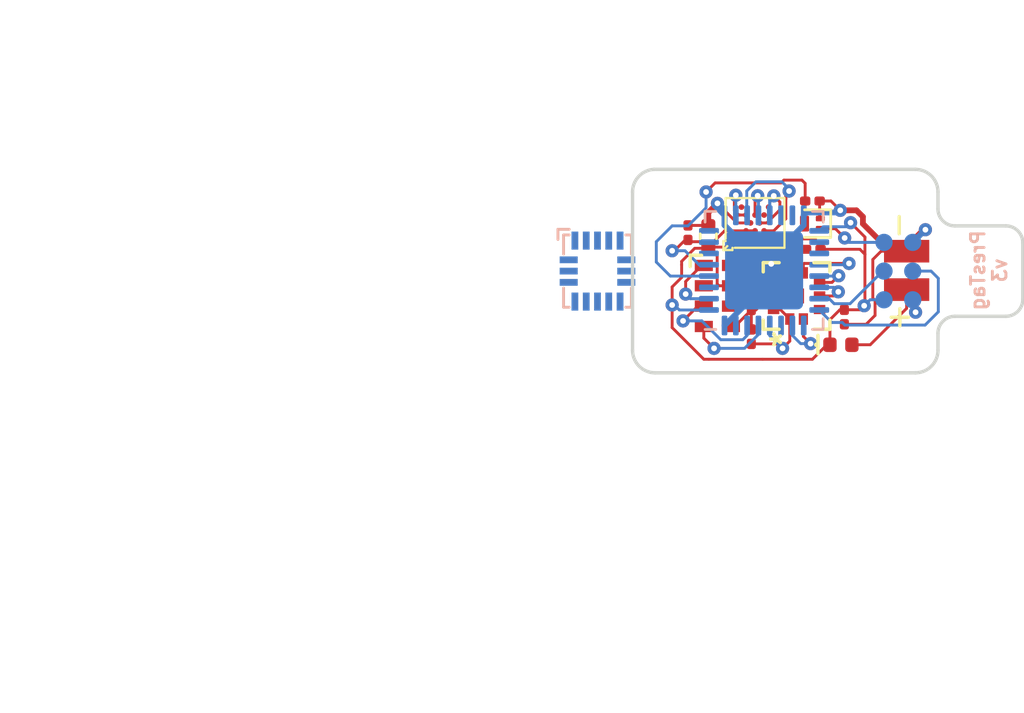
<source format=kicad_pcb>
(kicad_pcb (version 20211014) (generator pcbnew)
  (layers (0 "F.Cu" signal) (31 "B.Cu" signal) (34 "B.Paste" user) (35 "F.Paste" user) (36 "B.SilkS" user "B.Silkscreen") (37 "F.SilkS" user "F.Silkscreen") (38 "B.Mask" user) (39 "F.Mask" user) (44 "Edge.Cuts" user))
  (net 0 "")
  (net 1 "GND")
  (net 2 "VBAT")
  (net 3 "SWDIO")
  (net 4 "SWCLK")
  (net 5 "Net-(C502-Pad1)")
  (net 6 "RST")
  (net 7 "/clkout")
  (net 8 "/SCL")
  (net 9 "/SDA")
  (net 10 "VIN")
  (net 11 "Net-(R1-Pad1)")
  (net 12 "/AT25_MISO")
  (net 13 "/AT25_nCS")
  (net 14 "/AT25_MOSI")
  (net 15 "/AT25_SCK")
  (net 16 "/LPS_CS")
  (net 17 "/LPS_PWR")
  (net 18 "/LPS_MISO")
  (net 19 "/LPS_MOSI")
  (net 20 "/LPS_SCK")
  (net 29 "/wkup4")
  (net 31 "/adxl_cs")
  (net 32 "/at25_miso")
  (net 33 "/at25_mosi")
  (net 34 "/adxl_sclk")
  (footprint "library:taghole1.1mm" (layer "F.Cu") (at 140.53 111.691)
    (fp_text reference "J303" hide)
    (fp_text value "Conn_01x01" hide)
    (pad "" np_thru_hole circle locked (at 0 0) (size 1.1 1.1) (drill 1.1) (layers *.Cu *.Mask))
  )
  (footprint "bittag:MS621" (layer "F.Cu") (at 151.395 108.411 180)
    (fp_text reference "J401" hide)
    (fp_text value "CONN_01X02" hide)
    (fp_text user "-" (at 0.4 2 270) (layer "F.SilkS"))
    (fp_text user "+" (at 0.3 -2 180) (layer "F.SilkS"))
    (pad "1" smd rect locked (at 0 -0.85 180) (size 2 1) (layers "F.Cu" "F.Mask") (net 2 "VBAT"))
    (pad "2" smd rect locked (at 0 0.85 180) (size 2 1) (layers "F.Cu" "F.Mask") (net 1 "GND"))
  )
  (footprint "Capacitor_SMD:C_0402_1005Metric" (layer "F.Cu") (at 142.63 106.9 90)
    (fp_text reference "C404" hide)
    (fp_text value "22uf")
    (fp_line (start -0.107836 -0.36) (end 0.107836 -0.36) (layer "F.SilkS") (width 0.12))
    (fp_line (start -0.107836 0.36) (end 0.107836 0.36) (layer "F.SilkS") (width 0.12))
    (pad "1" smd roundrect locked (at -0.48 0 90) (size 0.56 0.62) (layers "F.Cu" "F.Paste" "F.Mask") (net 10 "VIN"))
    (pad "2" smd roundrect locked (at 0.48 0 90) (size 0.56 0.62) (layers "F.Cu" "F.Paste" "F.Mask") (net 1 "GND"))
  )
  (footprint "library:RV-8803-C7" (layer "F.Cu") (at 143.03 109.541)
    (fp_text reference "U501" hide)
    (fp_text value "RV-3028-C7" hide)
    (fp_line (start -1.2 -1.8) (end -1.2 -1.3) (layer "F.SilkS") (width 0.15))
    (fp_line (start -0.7 -1.8) (end -1.2 -1.8) (layer "F.SilkS") (width 0.15))
    (pad "1" smd rect locked (at -0.6 -1.35) (size 0.8 0.5) (layers "F.Cu" "F.Paste" "F.Mask") (net 7 "/clkout"))
    (pad "2" smd rect locked (at -0.6 -0.45) (size 0.8 0.5) (layers "F.Cu" "F.Paste" "F.Mask"))
    (pad "3" smd rect locked (at -0.6 0.45) (size 0.8 0.5) (layers "F.Cu" "F.Paste" "F.Mask") (net 8 "/SCL"))
    (pad "4" smd rect locked (at -0.6 1.35) (size 0.8 0.5) (layers "F.Cu" "F.Paste" "F.Mask") (net 9 "/SDA"))
    (pad "5" smd rect locked (at 0.6 1.35) (size 0.8 0.5) (layers "F.Cu" "F.Paste" "F.Mask") (net 1 "GND"))
    (pad "6" smd rect locked (at 0.6 0.45) (size 0.8 0.5) (layers "F.Cu" "F.Paste" "F.Mask") (net 11 "Net-(R1-Pad1)"))
    (pad "7" smd rect locked (at 0.6 -0.45) (size 0.8 0.5) (layers "F.Cu" "F.Paste" "F.Mask") (net 10 "VIN"))
    (pad "8" smd rect locked (at 0.6 -1.35) (size 0.8 0.5) (layers "F.Cu" "F.Paste" "F.Mask") (net 1 "GND"))
  )
  (footprint "Resistor_SMD:R_0201_0603Metric" (layer "F.Cu") (at 144.53 109.841 -90)
    (fp_text reference "R1" hide)
    (fp_text value "10k")
    (pad "1" smd roundrect locked (at -0.32 0 270) (size 0.46 0.4) (layers "F.Cu" "F.Mask") (net 11 "Net-(R1-Pad1)"))
    (pad "2" smd roundrect locked (at 0.32 0 270) (size 0.46 0.4) (layers "F.Cu" "F.Mask") (net 1 "GND"))
  )
  (footprint "Capacitor_SMD:C_0201_0603Metric" (layer "F.Cu") (at 148.6424 110.473 -90)
    (fp_text reference "C501" hide)
    (fp_text value "0.1uf")
    (pad "1" smd roundrect locked (at -0.32 0 270) (size 0.46 0.4) (layers "F.Cu" "F.Mask") (net 10 "VIN"))
    (pad "2" smd roundrect locked (at 0.32 0 270) (size 0.46 0.4) (layers "F.Cu" "F.Mask") (net 1 "GND"))
  )
  (footprint "Capacitor_SMD:C_0201_0603Metric" (layer "F.Cu") (at 144.53 108.441 90)
    (fp_text reference "C503" hide)
    (fp_text value "0.1uf")
    (pad "1" smd roundrect locked (at -0.32 0 90) (size 0.46 0.4) (layers "F.Cu" "F.Mask") (net 10 "VIN"))
    (pad "2" smd roundrect locked (at 0.32 0 90) (size 0.46 0.4) (layers "F.Cu" "F.Mask") (net 1 "GND"))
  )
  (footprint "Diode_SMD:D_0402_1005Metric" (layer "F.Cu") (at 148.49 111.7)
    (fp_text reference "D401" hide)
    (fp_text value "D")
    (fp_circle (center -1.09 0) (end -1.04 0) (layer "F.SilkS") (width 0.1) (fill none))
    (pad "1" smd roundrect locked (at -0.485 0) (size 0.59 0.64) (layers "F.Cu" "F.Paste" "F.Mask") (net 10 "VIN"))
    (pad "2" smd roundrect locked (at 0.485 0) (size 0.59 0.64) (layers "F.Cu" "F.Paste" "F.Mask") (net 2 "VBAT"))
  )
  (footprint "library:adesto_wlcsp12" (layer "F.Cu") (at 144.695 106.311 90)
    (fp_text reference "U1" hide)
    (fp_text value "at25ex321D-UUN")
    (fp_line (start 1.1 1.3) (end 1.1 -1.3) (layer "F.SilkS") (width 0.1))
    (fp_line (start -1.2 -1) (end -1.1 -1) (layer "F.SilkS") (width 0.1))
    (fp_line (start -0.8 -1.4) (end -0.8 -1.3) (layer "F.SilkS") (width 0.1))
    (fp_line (start -1.2 -1.4) (end -1.025 -1.225) (layer "F.SilkS") (width 0.1))
    (fp_line (start -1.1 1.3) (end -1.1 -0.9) (layer "F.SilkS") (width 0.1))
    (fp_line (start -0.8 -1.4) (end -1.2 -1.4) (layer "F.SilkS") (width 0.1))
    (fp_line (start -1.1 1.3) (end 1.1 1.3) (layer "F.SilkS") (width 0.1))
    (fp_line (start -1.2 -1) (end -1.2 -1.4) (layer "F.SilkS") (width 0.1))
    (fp_line (start 1.1 -1.3) (end -0.7 -1.3) (layer "F.SilkS") (width 0.1))
    (pad "A1" smd circle locked (at -0.7 -0.6 90) (size 0.25 0.25) (layers "F.Cu" "F.Paste" "F.Mask"))
    (pad "A5" smd circle locked (at 0.7 -0.6 90) (size 0.25 0.25) (layers "F.Cu" "F.Paste" "F.Mask"))
    (pad "B2" smd circle locked (at -0.35 -0.4 90) (size 0.25 0.25) (layers "F.Cu" "F.Paste" "F.Mask") (net 10 "VIN"))
    (pad "B4" smd circle locked (at 0.35 -0.4 90) (size 0.25 0.25) (layers "F.Cu" "F.Paste" "F.Mask") (net 13 "/AT25_nCS"))
    (pad "C3" smd circle locked (at 0 -0.2 90) (size 0.25 0.25) (layers "F.Cu" "F.Paste" "F.Mask") (net 1 "GND"))
    (pad "D2" smd circle locked (at -0.35 0 90) (size 0.25 0.25) (layers "F.Cu" "F.Paste" "F.Mask") (net 10 "VIN"))
    (pad "D4" smd circle locked (at 0.35 0 90) (size 0.25 0.25) (layers "F.Cu" "F.Paste" "F.Mask") (net 12 "/AT25_MISO"))
    (pad "E3" smd circle locked (at 0 0.2 90) (size 0.25 0.25) (layers "F.Cu" "F.Paste" "F.Mask") (net 14 "/AT25_MOSI"))
    (pad "F2" smd circle locked (at -0.35 0.4 90) (size 0.25 0.25) (layers "F.Cu" "F.Paste" "F.Mask") (net 15 "/AT25_SCK"))
    (pad "F4" smd circle locked (at 0.35 0.4 90) (size 0.25 0.25) (layers "F.Cu" "F.Paste" "F.Mask"))
    (pad "G1" smd circle locked (at -0.7 0.6 90) (size 0.25 0.25) (layers "F.Cu" "F.Paste" "F.Mask"))
    (pad "G5" smd circle locked (at 0.7 0.6 90) (size 0.25 0.25) (layers "F.Cu" "F.Paste" "F.Mask"))
  )
  (footprint "Capacitor_SMD:C_0201_0603Metric" (layer "F.Cu") (at 147.23 105.341)
    (fp_text reference "C502" hide)
    (fp_text value "0.1uf")
    (pad "1" smd roundrect locked (at -0.32 0) (size 0.46 0.4) (layers "F.Cu" "F.Mask") (net 5 "Net-(C502-Pad1)"))
    (pad "2" smd roundrect locked (at 0.32 0) (size 0.46 0.4) (layers "F.Cu" "F.Mask") (net 1 "GND"))
  )
  (footprint "library:taghole1.1mm" (layer "F.Cu") (at 140.53 105.191)
    (fp_text reference "J304" hide)
    (fp_text value "Conn_01x01" hide)
    (pad "" np_thru_hole circle locked (at 0 0) (size 1.1 1.1) (drill 1.1) (layers *.Cu *.Mask))
  )
  (footprint "library:taghole1.1mm" (layer "F.Cu") (at 151.5 111.691)
    (fp_text reference "J301" hide)
    (fp_text value "Conn_01x01" hide)
    (pad "" np_thru_hole circle locked (at 0 0) (size 1.1 1.1) (drill 1.1) (layers *.Cu *.Mask))
  )
  (footprint "library:taghole1.1mm" (layer "F.Cu") (at 151.5 105.191)
    (fp_text reference "J302" hide)
    (fp_text value "Conn_01x01" hide)
    (pad "" np_thru_hole circle locked (at 0 0) (size 1.1 1.1) (drill 1.1) (layers *.Cu *.Mask))
  )
  (footprint "Package_TO_SOT_SMD:SOT-883" (layer "F.Cu") (at 147.23 106.341 180)
    (fp_text reference "Q501" hide)
    (fp_text value "Q_NPN_BEC")
    (fp_line (start 0.35 0.61) (end -0.81 0.61) (layer "F.SilkS") (width 0.12))
    (fp_line (start -0.81 0.61) (end -0.81 -0.61) (layer "F.SilkS") (width 0.12))
    (fp_line (start -0.81 -0.61) (end 0.35 -0.61) (layer "F.SilkS") (width 0.12))
    (pad "1" smd roundrect locked (at -0.35 -0.225 180) (size 0.4 0.25) (layers "F.Cu" "F.Paste" "F.Mask") (roundrect_rratio 0.2) (net 6 "RST"))
    (pad "2" smd roundrect locked (at -0.35 0.225 180) (size 0.4 0.25) (layers "F.Cu" "F.Paste" "F.Mask") (roundrect_rratio 0.2) (net 1 "GND"))
    (pad "3" smd roundrect locked (at 0.35 0 180) (size 0.4 0.7) (layers "F.Cu" "F.Paste" "F.Mask") (roundrect_rratio 0.125) (net 5 "Net-(C502-Pad1)"))
  )
  (footprint "Capacitor_SMD:C_0201_0603Metric" (layer "F.Cu") (at 144.53 111.341 90)
    (fp_text reference "C1" hide)
    (fp_text value "0.1uf")
    (pad "1" smd roundrect locked (at -0.32 0 90) (size 0.46 0.4) (layers "F.Cu" "F.Mask") (net 17 "/LPS_PWR"))
    (pad "2" smd roundrect locked (at 0.32 0 90) (size 0.46 0.4) (layers "F.Cu" "F.Mask") (net 1 "GND"))
  )
  (footprint "library:LPS27HHWTR" (layer "F.Cu") (at 146.53 109.541 90)
    (fp_text reference "U2" hide)
    (fp_text value "LPS27HHWTR" hide)
    (fp_text user "*" (at -1.91 -0.6 90) (layer "F.SilkS"))
    (fp_text user "*" (at -1.91 -0.6 90) (layer "F.SilkS"))
    (fp_line (start -1.066686 -1.4732) (end -1.4732 -1.4732) (layer "F.SilkS") (width 0.1524))
    (fp_line (start -1.4732 -1.4732) (end -1.4732 -0.770467) (layer "F.SilkS") (width 0.1524))
    (fp_line (start -1.4732 1.4732) (end -1.066686 1.4732) (layer "F.SilkS") (width 0.1524))
    (fp_line (start 1.4732 -1.4732) (end 1.066686 -1.4732) (layer "F.SilkS") (width 0.1524))
    (fp_line (start 1.4732 1.4732) (end 1.4732 0.770467) (layer "F.SilkS") (width 0.1524))
    (fp_line (start 1.4732 -0.770467) (end 1.4732 -1.4732) (layer "F.SilkS") (width 0.1524))
    (fp_line (start 1.066686 1.4732) (end 1.4732 1.4732) (layer "F.SilkS") (width 0.1524))
    (fp_line (start -1.4732 0.770467) (end -1.4732 1.4732) (layer "F.SilkS") (width 0.1524))
    (pad "1" smd rect locked (at -1.020999 -0.299999 180) (size 0.4064 0.508) (layers "F.Cu" "F.Paste" "F.Mask") (net 17 "/LPS_PWR"))
    (pad "2" smd rect locked (at -1.020999 0.299999 180) (size 0.4064 0.508) (layers "F.Cu" "F.Paste" "F.Mask") (net 20 "/LPS_SCK"))
    (pad "3" smd rect locked (at -0.599999 1.016 90) (size 0.4064 0.508) (layers "F.Cu" "F.Paste" "F.Mask"))
    (pad "4" smd rect locked (at 0 1.016 90) (size 0.4064 0.508) (layers "F.Cu" "F.Paste" "F.Mask") (net 19 "/LPS_MOSI"))
    (pad "5" smd rect locked (at 0.599999 1.016 90) (size 0.4064 0.508) (layers "F.Cu" "F.Paste" "F.Mask") (net 18 "/LPS_MISO"))
    (pad "6" smd rect locked (at 1.020999 0.299999 180) (size 0.4064 0.508) (layers "F.Cu" "F.Paste" "F.Mask") (net 16 "/LPS_CS"))
    (pad "7" smd rect locked (at 1.020999 -0.299999 180) (size 0.4064 0.508) (layers "F.Cu" "F.Paste" "F.Mask"))
    (pad "8" smd rect locked (at 0.599999 -1.016 90) (size 0.4064 0.508) (layers "F.Cu" "F.Paste" "F.Mask") (net 1 "GND"))
    (pad "9" smd rect locked (at 0 -1.016 90) (size 0.4064 0.508) (layers "F.Cu" "F.Paste" "F.Mask") (net 1 "GND"))
    (pad "10" smd rect locked (at -0.599999 -1.016 90) (size 0.4064 0.508) (layers "F.Cu" "F.Paste" "F.Mask") (net 17 "/LPS_PWR"))
    (pad "11" smd rect locked (at 0 0 90) (size 0.6604 0.6604) (layers "F.Cu" "F.Paste" "F.Mask") (net 1 "GND"))
  )
  (footprint "Capacitor_SMD:C_0201_0603Metric" (layer "F.Cu") (at 141.73 106.741 90)
    (fp_text reference "C2" hide)
    (fp_text value "0.1uf")
    (pad "1" smd roundrect locked (at -0.32 0 90) (size 0.46 0.4) (layers "F.Cu" "F.Mask") (net 10 "VIN"))
    (pad "2" smd roundrect locked (at 0.32 0 90) (size 0.46 0.4) (layers "F.Cu" "F.Mask") (net 1 "GND"))
  )
  (footprint "Capacitor_SMD:C_0201_0603Metric" (layer "F.Cu") (at 147.2708 107.4758 180)
    (fp_text reference "C101" hide)
    (fp_text value "1uf")
    (pad "1" smd roundrect locked (at -0.32 0 180) (size 0.46 0.4) (layers "F.Cu" "F.Mask") (net 10 "VIN"))
    (pad "2" smd roundrect locked (at 0.32 0 180) (size 0.46 0.4) (layers "F.Cu" "F.Mask") (net 1 "GND"))
  )
  (footprint "bittag:tagpoints6" (layer "B.Cu") (at 151.03 108.441 90)
    (fp_text reference "J201" hide)
    (fp_text value "CONN_02X04" hide)
    (pad "1" smd circle locked (at -1.27 -0.635 90) (size 0.762 0.762) (layers "B.Cu" "B.Mask") (net 10 "VIN"))
    (pad "2" smd circle locked (at -1.27 0.635 90) (size 0.762 0.762) (layers "B.Cu" "B.Mask") (net 2 "VBAT"))
    (pad "3" smd circle locked (at 0 -0.635 90) (size 0.762 0.762) (layers "B.Cu" "B.Mask") (net 3 "SWDIO"))
    (pad "4" smd circle locked (at 0 0.635 90) (size 0.762 0.762) (layers "B.Cu" "B.Mask") (net 4 "SWCLK"))
    (pad "5" smd circle locked (at 1.27 -0.635 90) (size 0.762 0.762) (layers "B.Cu" "B.Mask") (net 6 "RST"))
    (pad "6" smd circle locked (at 1.27 0.635 90) (size 0.762 0.762) (layers "B.Cu" "B.Mask") (net 1 "GND"))
  )
  (footprint "Package_DFN_QFN:QFN-32-1EP_5x5mm_P0.5mm_EP3.45x3.45mm" (layer "B.Cu") (at 145.095 108.411)
    (fp_text reference "U302" hide)
    (fp_text value "stm32l412kb")
    (fp_line (start 2.61 -2.61) (end 2.61 -2.135) (layer "B.SilkS") (width 0.12))
    (fp_line (start 2.135 2.61) (end 2.61 2.61) (layer "B.SilkS") (width 0.12))
    (fp_line (start -2.135 -2.61) (end -2.61 -2.61) (layer "B.SilkS") (width 0.12))
    (fp_line (start 2.135 -2.61) (end 2.61 -2.61) (layer "B.SilkS") (width 0.12))
    (fp_line (start -2.135 2.61) (end -2.61 2.61) (layer "B.SilkS") (width 0.12))
    (fp_line (start -2.61 -2.61) (end -2.61 -2.135) (layer "B.SilkS") (width 0.12))
    (fp_line (start 2.61 2.61) (end 2.61 2.135) (layer "B.SilkS") (width 0.12))
    (pad "1" smd roundrect locked (at -2.4375 1.75) (size 0.875 0.25) (layers "B.Cu" "B.Paste" "B.Mask") (net 10 "VIN"))
    (pad "2" smd roundrect locked (at -2.4375 1.25) (size 0.875 0.25) (layers "B.Cu" "B.Paste" "B.Mask") (net 7 "/clkout"))
    (pad "3" smd roundrect locked (at -2.4375 0.75) (size 0.875 0.25) (layers "B.Cu" "B.Paste" "B.Mask"))
    (pad "4" smd roundrect locked (at -2.4375 0.25) (size 0.875 0.25) (layers "B.Cu" "B.Paste" "B.Mask") (net 5 "Net-(C502-Pad1)"))
    (pad "5" smd roundrect locked (at -2.4375 -0.25) (size 0.875 0.25) (layers "B.Cu" "B.Paste" "B.Mask") (net 10 "VIN"))
    (pad "6" smd roundrect locked (at -2.4375 -0.75) (size 0.875 0.25) (layers "B.Cu" "B.Paste" "B.Mask") (net 29 "/wkup4"))
    (pad "7" smd roundrect locked (at -2.4375 -1.25) (size 0.875 0.25) (layers "B.Cu" "B.Paste" "B.Mask") (net 34 "/adxl_sclk"))
    (pad "8" smd roundrect locked (at -2.4375 -1.75) (size 0.875 0.25) (layers "B.Cu" "B.Paste" "B.Mask") (net 31 "/adxl_cs"))
    (pad "9" smd roundrect locked (at -1.75 -2.4375) (size 0.25 0.875) (layers "B.Cu" "B.Paste" "B.Mask") (net 1 "GND"))
    (pad "10" smd roundrect locked (at -1.25 -2.4375) (size 0.25 0.875) (layers "B.Cu" "B.Paste" "B.Mask") (net 13 "/AT25_nCS"))
    (pad "11" smd roundrect locked (at -0.75 -2.4375) (size 0.25 0.875) (layers "B.Cu" "B.Paste" "B.Mask") (net 15 "/AT25_SCK"))
    (pad "12" smd roundrect locked (at -0.25 -2.4375) (size 0.25 0.875) (layers "B.Cu" "B.Paste" "B.Mask") (net 12 "/AT25_MISO"))
    (pad "13" smd roundrect locked (at 0.25 -2.4375) (size 0.25 0.875) (layers "B.Cu" "B.Paste" "B.Mask") (net 14 "/AT25_MOSI"))
    (pad "14" smd roundrect locked (at 0.75 -2.4375) (size 0.25 0.875) (layers "B.Cu" "B.Paste" "B.Mask"))
    (pad "15" smd roundrect locked (at 1.25 -2.4375) (size 0.25 0.875) (layers "B.Cu" "B.Paste" "B.Mask"))
    (pad "16" smd roundrect locked (at 1.75 -2.4375) (size 0.25 0.875) (layers "B.Cu" "B.Paste" "B.Mask") (net 1 "GND"))
    (pad "17" smd roundrect locked (at 2.4375 -1.75) (size 0.875 0.25) (layers "B.Cu" "B.Paste" "B.Mask") (net 10 "VIN"))
    (pad "18" smd roundrect locked (at 2.4375 -1.25) (size 0.875 0.25) (layers "B.Cu" "B.Paste" "B.Mask"))
    (pad "19" smd roundrect locked (at 2.4375 -0.75) (size 0.875 0.25) (layers "B.Cu" "B.Paste" "B.Mask"))
    (pad "20" smd roundrect locked (at 2.4375 -0.25) (size 0.875 0.25) (layers "B.Cu" "B.Paste" "B.Mask") (net 16 "/LPS_CS"))
    (pad "21" smd roundrect locked (at 2.4375 0.25) (size 0.875 0.25) (layers "B.Cu" "B.Paste" "B.Mask") (net 18 "/LPS_MISO"))
    (pad "22" smd roundrect locked (at 2.4375 0.75) (size 0.875 0.25) (layers "B.Cu" "B.Paste" "B.Mask") (net 19 "/LPS_MOSI"))
    (pad "23" smd roundrect locked (at 2.4375 1.25) (size 0.875 0.25) (layers "B.Cu" "B.Paste" "B.Mask") (net 3 "SWDIO"))
    (pad "24" smd roundrect locked (at 2.4375 1.75) (size 0.875 0.25) (layers "B.Cu" "B.Paste" "B.Mask") (net 4 "SWCLK"))
    (pad "25" smd roundrect locked (at 1.75 2.4375) (size 0.25 0.875) (layers "B.Cu" "B.Paste" "B.Mask"))
    (pad "26" smd roundrect locked (at 1.25 2.4375) (size 0.25 0.875) (layers "B.Cu" "B.Paste" "B.Mask") (net 20 "/LPS_SCK"))
    (pad "27" smd roundrect locked (at 0.75 2.4375) (size 0.25 0.875) (layers "B.Cu" "B.Paste" "B.Mask"))
    (pad "28" smd roundrect locked (at 0.25 2.4375) (size 0.25 0.875) (layers "B.Cu" "B.Paste" "B.Mask") (net 17 "/LPS_PWR"))
    (pad "29" smd roundrect locked (at -0.25 2.4375) (size 0.25 0.875) (layers "B.Cu" "B.Paste" "B.Mask") (net 9 "/SDA"))
    (pad "30" smd roundrect locked (at -0.75 2.4375) (size 0.25 0.875) (layers "B.Cu" "B.Paste" "B.Mask") (net 8 "/SCL"))
    (pad "31" smd roundrect locked (at -1.25 2.4375) (size 0.25 0.875) (layers "B.Cu" "B.Paste" "B.Mask") (net 1 "GND"))
    (pad "32" smd roundrect locked (at -1.75 2.4375) (size 0.25 0.875) (layers "B.Cu" "B.Paste" "B.Mask") (net 1 "GND"))
    (pad "33" smd roundrect locked (at 0 0) (size 3.45 3.45) (layers "B.Cu" "B.Mask") (roundrect_rratio 0.07246376812) (net 1 "GND"))
  )
  (footprint "library:ADXL362" (layer "B.Cu") (at 137.73 108.441 -90)
    (fp_text reference "U3" hide)
    (fp_text value "adxl362" hide)
    (fp_line (start -1.84912 1.24968) (end -1.84912 1.74752) (layer "B.SilkS") (width 0.127))
    (fp_line (start -1.59766 -1.4986) (end -1.59766 -1.24968) (layer "B.SilkS") (width 0.127))
    (fp_line (start -1.59766 1.4986) (end -1.59766 1.24968) (layer "B.SilkS") (width 0.127))
    (fp_line (start -0.7493 1.4986) (end -1.59766 1.4986) (layer "B.SilkS") (width 0.127))
    (fp_line (start -0.7493 -1.4986) (end -1.59766 -1.4986) (layer "B.SilkS") (width 0.127))
    (fp_line (start 0.7493 1.4986) (end 1.59766 1.4986) (layer "B.SilkS") (width 0.127))
    (fp_line (start 1.59766 1.4986) (end 1.59766 1.24968) (layer "B.SilkS") (width 0.127))
    (fp_line (start -1.84912 1.74752) (end -1.39954 1.74752) (layer "B.SilkS") (width 0.127))
    (fp_line (start 0.7493 -1.4986) (end 1.59766 -1.4986) (layer "B.SilkS") (width 0.127))
    (fp_line (start 1.59766 -1.4986) (end 1.59766 -1.24968) (layer "B.SilkS") (width 0.127))
    (pad "1" smd rect locked (at -1.34874 0.99822 270) (size 0.79756 0.29972) (layers "B.Cu" "B.Paste" "B.Mask") (net 10 "VIN"))
    (pad "2" smd rect locked (at -1.34874 0.49784 270) (size 0.79756 0.29972) (layers "B.Cu" "B.Paste" "B.Mask") (net 10 "VIN"))
    (pad "3" smd rect locked (at -1.34874 0 270) (size 0.79756 0.29972) (layers "B.Cu" "B.Paste" "B.Mask") (net 1 "GND"))
    (pad "4" smd rect locked (at -1.34874 -0.49784 270) (size 0.79756 0.29972) (layers "B.Cu" "B.Paste" "B.Mask") (net 34 "/adxl_sclk"))
    (pad "5" smd rect locked (at -1.34874 -0.99822 270) (size 0.79756 0.29972) (layers "B.Cu" "B.Paste" "B.Mask") (net 1 "GND"))
    (pad "6" smd rect locked (at -0.49784 -1.27254 180) (size 0.79756 0.29972) (layers "B.Cu" "B.Paste" "B.Mask") (net 33 "/at25_mosi"))
    (pad "7" smd rect locked (at 0 -1.27254 180) (size 0.79756 0.29972) (layers "B.Cu" "B.Paste" "B.Mask") (net 32 "/at25_miso"))
    (pad "8" smd rect locked (at 0.49784 -1.27254 180) (size 0.79756 0.29972) (layers "B.Cu" "B.Paste" "B.Mask") (net 31 "/adxl_cs"))
    (pad "9" smd rect locked (at 1.34874 -0.99822 270) (size 0.79756 0.29972) (layers "B.Cu" "B.Paste" "B.Mask"))
    (pad "10" smd rect locked (at 1.34874 -0.49784 270) (size 0.79756 0.29972) (layers "B.Cu" "B.Paste" "B.Mask") (net 1 "GND"))
    (pad "11" smd rect locked (at 1.34874 0 270) (size 0.79756 0.29972) (layers "B.Cu" "B.Paste" "B.Mask") (net 29 "/wkup4"))
    (pad "12" smd rect locked (at 1.34874 0.49784 270) (size 0.79756 0.29972) (layers "B.Cu" "B.Paste" "B.Mask") (net 1 "GND"))
    (pad "13" smd rect locked (at 1.34874 0.99822 270) (size 0.79756 0.29972) (layers "B.Cu" "B.Paste" "B.Mask") (net 1 "GND"))
    (pad "14" smd rect locked (at 0.49784 1.27254 180) (size 0.79756 0.29972) (layers "B.Cu" "B.Paste" "B.Mask") (net 10 "VIN"))
    (pad "15" smd rect locked (at 0 1.27254 180) (size 0.79756 0.29972) (layers "B.Cu" "B.Paste" "B.Mask"))
    (pad "16" smd rect locked (at -0.49784 1.27254 180) (size 0.79756 0.29972) (layers "B.Cu" "B.Paste" "B.Mask") (net 1 "GND"))
  )
  (gr_line (start 147.474 111.2858) (end 147.474 112.0986) (layer "F.SilkS") (width 0.15))
  (gr_line (start 139.28 111.941) (end 139.28 104.941) (layer "Edge.Cuts") (width 0.15))
  (gr_line (start 152.78 104.941) (end 152.78 105.691) (layer "Edge.Cuts") (width 0.15))
  (gr_line (start 156.53 107.191) (end 156.53 109.691) (layer "Edge.Cuts") (width 0.15))
  (gr_line (start 152.78 111.941) (end 152.78 111.191) (layer "Edge.Cuts") (width 0.15))
  (gr_arc (start 140.28 112.941) (mid 139.572893 112.648107) (end 139.28 111.941) (layer "Edge.Cuts") (width 0.15))
  (gr_arc (start 151.78 103.941) (mid 152.487107 104.233893) (end 152.78 104.941) (layer "Edge.Cuts") (width 0.15))
  (gr_line (start 140.231249 103.941) (end 151.78 103.941) (layer "Edge.Cuts") (width 0.15))
  (gr_arc (start 156.53 109.691) (mid 156.31033 110.22133) (end 155.78 110.441) (layer "Edge.Cuts") (width 0.15))
  (gr_arc (start 152.78 111.941) (mid 152.487107 112.648107) (end 151.78 112.941) (layer "Edge.Cuts") (width 0.15))
  (gr_arc (start 153.53 106.441) (mid 152.99967 106.22133) (end 152.78 105.691) (layer "Edge.Cuts") (width 0.15))
  (gr_line (start 151.78 112.941) (end 140.28 112.941) (layer "Edge.Cuts") (width 0.15))
  (gr_arc (start 155.78 106.441) (mid 156.31033 106.66067) (end 156.53 107.191) (layer "Edge.Cuts") (width 0.15))
  (gr_line (start 153.53 106.441) (end 155.78 106.441) (layer "Edge.Cuts") (width 0.15))
  (gr_arc (start 152.78 111.191) (mid 152.99967 110.66067) (end 153.53 110.441) (layer "Edge.Cuts") (width 0.15))
  (gr_line (start 153.53 110.441) (end 155.78 110.441) (layer "Edge.Cuts") (width 0.15))
  (gr_arc (start 139.28 104.941) (mid 139.555797 104.250914) (end 140.231249 103.941) (layer "Edge.Cuts") (width 0.15))
  (gr_text "PresTag\nv3" (at 155.03 108.411 90) (layer "B.SilkS") (effects (font (size 0.6 0.6) (thickness 0.125)) (justify mirror)))
  (segment (start 148.04874 105.341) (end 148.461337 105.753597) (width 0.127) (layer "F.Cu") (net 1))
  (segment (start 151.395 107.561) (end 150.811 107.561) (width 0.254) (layer "F.Cu") (net 1))
  (segment (start 147.55 105.341) (end 147.55 106.086) (width 0.127) (layer "F.Cu") (net 1))
  (segment (start 143.9 106.311) (end 143.325002 105.736002) (width 0.127) (layer "F.Cu") (net 1))
  (segment (start 144.53 108.121) (end 145.41 108.121) (width 0.127) (layer "F.Cu") (net 1))
  (segment (start 147.55 105.341) (end 148.04874 105.341) (width 0.127) (layer "F.Cu") (net 1))
  (segment (start 149.178429 105.753597) (end 148.461337 105.753597) (width 0.254) (layer "F.Cu") (net 1))
  (segment (start 151.345 107.411) (end 151.195 107.561) (width 0.254) (layer "F.Cu") (net 1))
  (segment (start 149.999991 110.400009) (end 149.999991 109.741441) (width 0.127) (layer "F.Cu") (net 1))
  (segment (start 145.514 109.541) (end 145.35 109.541) (width 0.127) (layer "F.Cu") (net 1))
  (segment (start 145.514 108.941001) (end 145.514 109.541) (width 0.127) (layer "F.Cu") (net 1))
  (segment (start 145.514 109.541) (end 146.53 109.541) (width 0.127) (layer "F.Cu") (net 1))
  (segment (start 149.9 109.64145) (end 149.9 107.929) (width 0.127) (layer "F.Cu") (net 1))
  (segment (start 141.73 106.421) (end 142.629 106.421) (width 0.127) (layer "F.Cu") (net 1))
  (segment (start 144.495 106.311) (end 144.3 106.311) (width 0.13) (layer "F.Cu") (net 1))
  (segment (start 149.999991 109.741441) (end 149.9 109.64145) (width 0.127) (layer "F.Cu") (net 1))
  (segment (start 152.145 106.611) (end 151.195 107.561) (width 0.254) (layer "F.Cu") (net 1))
  (segment (start 149.462703 106.347702) (end 149.462703 106.037871) (width 0.254) (layer "F.Cu") (net 1))
  (segment (start 143.8 110.891) (end 143.63 110.891) (width 0.127) (layer "F.Cu") (net 1))
  (segment (start 142.63 105.846806) (end 143.032903 105.443903) (width 0.254) (layer "F.Cu") (net 1))
  (segment (start 149.607 110.793) (end 149.999991 110.400009) (width 0.127) (layer "F.Cu") (net 1))
  (segment (start 144.73 110.161) (end 144.53 110.161) (width 0.127) (layer "F.Cu") (net 1))
  (segment (start 143.325002 105.736002) (end 143.032903 105.443903) (width 0.127) (layer "F.Cu") (net 1))
  (segment (start 152.225 106.611) (end 152.145 106.611) (width 0.254) (layer "F.Cu") (net 1))
  (segment (start 145.41 108.121) (end 145.41 108.837001) (width 0.127) (layer "F.Cu") (net 1))
  (segment (start 145.35 109.541) (end 144.73 110.161) (width 0.127) (layer "F.Cu") (net 1))
  (segment (start 143.63 108.191) (end 144.5 108.191) (width 0.127) (layer "F.Cu") (net 1))
  (segment (start 145.41 108.121) (end 145.823091 108.121) (width 0.127) (layer "F.Cu") (net 1))
  (segment (start 149.462703 106.037871) (end 149.178429 105.753597) (width 0.254) (layer "F.Cu") (net 1))
  (segment (start 143.63 110.891) (end 143.759154 110.891) (width 0.127) (layer "F.Cu") (net 1))
  (segment (start 150.676001 107.561) (end 149.462703 106.347702) (width 0.254) (layer "F.Cu") (net 1))
  (segment (start 147.55 106.086) (end 147.58 106.116) (width 0.127) (layer "F.Cu") (net 1))
  (segment (start 150.268 107.561) (end 151.395 107.561) (width 0.127) (layer "F.Cu") (net 1))
  (segment (start 145.823091 108.121) (end 146.468291 107.4758) (width 0.127) (layer "F.Cu") (net 1))
  (segment (start 142.63 106.42) (end 142.63 105.846806) (width 0.254) (layer "F.Cu") (net 1))
  (segment (start 144.3 106.311) (end 143.9 106.311) (width 0.127) (layer "F.Cu") (net 1))
  (segment (start 148.6424 110.793) (end 149.607 110.793) (width 0.127) (layer "F.Cu") (net 1))
  (segment (start 142.629 106.421) (end 142.63 106.42) (width 0.127) (layer "F.Cu") (net 1))
  (segment (start 151.395 107.561) (end 150.676001 107.561) (width 0.254) (layer "F.Cu") (net 1))
  (segment (start 143.63 108.191) (end 144.46 108.191) (width 0.127) (layer "F.Cu") (net 1))
  (segment (start 144.53 110.161) (end 143.8 110.891) (width 0.127) (layer "F.Cu") (net 1))
  (segment (start 149.9 107.929) (end 150.268 107.561) (width 0.127) (layer "F.Cu") (net 1))
  (segment (start 145.41 108.837001) (end 145.514 108.941001) (width 0.127) (layer "F.Cu") (net 1))
  (segment (start 146.468291 107.4758) (end 146.9508 107.4758) (width 0.127) (layer "F.Cu") (net 1))
  (segment (start 150.511 107.561) (end 151.395 107.561) (width 0.127) (layer "F.Cu") (net 1))
  (segment (start 144.53 111.021) (end 144.53 110.161) (width 0.127) (layer "F.Cu") (net 1))
  (via (at 152.225 106.611) (size 0.5842) (drill 0.254) (layers "F.Cu" "B.Cu") (net 1))
  (via (at 143.032903 105.443903) (size 0.5842) (drill 0.254) (layers "F.Cu" "B.Cu") (net 1))
  (via (at 145.41 108.121) (size 0.5842) (drill 0.254) (layers "F.Cu" "B.Cu") (net 1))
  (via (at 148.461337 105.753597) (size 0.5842) (drill 0.254) (layers "F.Cu" "B.Cu") (net 1))
  (segment (start 145.345 108.161) (end 145.095 108.411) (width 0.13) (layer "B.Cu") (net 1))
  (segment (start 143.845 107.161) (end 145.095 108.411) (width 0.127) (layer "B.Cu") (net 1))
  (segment (start 146.845 105.9735) (end 146.97 105.8485) (width 0.254) (layer "B.Cu") (net 1))
  (segment (start 146.97 105.8485) (end 148.509454 105.8485) (width 0.254) (layer "B.Cu") (net 1))
  (segment (start 145.845 107.661) (end 145.095 108.411) (width 0.127) (layer "B.Cu") (net 1))
  (segment (start 143.345 105.9735) (end 143.032903 105.661403) (width 0.254) (layer "B.Cu") (net 1))
  (segment (start 143.032903 105.661403) (end 143.032903 105.443903) (width 0.254) (layer "B.Cu") (net 1))
  (segment (start 143.345 106.411) (end 145.095 108.161) (width 0.254) (layer "B.Cu") (net 1))
  (segment (start 143.845 109.661) (end 145.095 108.411) (width 0.13) (layer "B.Cu") (net 1))
  (segment (start 146.845 105.9735) (end 146.845 106.411) (width 0.254) (layer "B.Cu") (net 1))
  (segment (start 148.546403 105.753597) (end 148.461337 105.753597) (width 0.254) (layer "B.Cu") (net 1))
  (segment (start 146.845 106.411) (end 145.095 108.161) (width 0.254) (layer "B.Cu") (net 1))
  (segment (start 145.395 108.411) (end 145.495 108.311) (width 0.127) (layer "B.Cu") (net 1))
  (segment (start 145.095 108.411) (end 145.395 108.411) (width 0.127) (layer "B.Cu") (net 1))
  (segment (start 144.345 107.661) (end 145.095 108.411) (width 0.127) (layer "B.Cu") (net 1))
  (segment (start 143.345 105.9735) (end 143.345 106.411) (width 0.254) (layer "B.Cu") (net 1))
  (segment (start 143.845 110.8485) (end 143.845 109.661) (width 0.13) (layer "B.Cu") (net 1))
  (segment (start 151.665 107.171) (end 152.225 106.611) (width 0.254) (layer "B.Cu") (net 1))
  (segment (start 143.345 110.8485) (end 145.095 109.0985) (width 0.254) (layer "B.Cu") (net 1))
  (segment (start 149.785 111.7) (end 151.395 110.09) (width 0.127) (layer "F.Cu") (net 2))
  (segment (start 151.245 109.311) (end 151.195 109.261) (width 0.254) (layer "F.Cu") (net 2))
  (segment (start 151.395 109.261) (end 151.21 109.261) (width 0.254) (layer "F.Cu") (net 2))
  (segment (start 148.975 111.7) (end 149.785 111.7) (width 0.127) (layer "F.Cu") (net 2))
  (segment (start 151.395 110.09) (end 151.395 109.261) (width 0.127) (layer "F.Cu") (net 2))
  (segment (start 151.79 110.261) (end 151.79 109.656) (width 0.127) (layer "F.Cu") (net 2))
  (segment (start 151.79 109.656) (end 151.395 109.261) (width 0.127) (layer "F.Cu") (net 2))
  (via (at 151.79 110.261) (size 0.5842) (drill 0.254) (layers "F.Cu" "B.Cu") (net 2))
  (segment (start 151.665 109.711) (end 151.665 110.136) (width 0.127) (layer "B.Cu") (net 2))
  (segment (start 151.665 110.136) (end 151.79 110.261) (width 0.127) (layer "B.Cu") (net 2))
  (segment (start 148.191601 109.882601) (end 147.97 109.661) (width 0.127) (layer "B.Cu") (net 3))
  (segment (start 147.97 109.661) (end 147.5325 109.661) (width 0.127) (layer "B.Cu") (net 3))
  (segment (start 150.33598 108.441) (end 148.894379 109.882601) (width 0.127) (layer "B.Cu") (net 3))
  (segment (start 150.395 108.441) (end 150.33598 108.441) (width 0.127) (layer "B.Cu") (net 3))
  (segment (start 148.894379 109.882601) (end 148.191601 109.882601) (width 0.127) (layer "B.Cu") (net 3))
  (segment (start 148.08625 110.71475) (end 148.549792 110.71475) (width 0.127) (layer "B.Cu") (net 4))
  (segment (start 147.5325 110.161) (end 148.08625 110.71475) (width 0.127) (layer "B.Cu") (net 4))
  (segment (start 152.795 110.244984) (end 152.795 108.761) (width 0.127) (layer "B.Cu") (net 4))
  (segment (start 148.549792 110.71475) (end 148.663021 110.827979) (width 0.127) (layer "B.Cu") (net 4))
  (segment (start 152.475 108.441) (end 151.665 108.441) (width 0.127) (layer "B.Cu") (net 4))
  (segment (start 152.795 108.761) (end 152.475 108.441) (width 0.127) (layer "B.Cu") (net 4))
  (segment (start 148.663021 110.827979) (end 152.212005 110.827979) (width 0.127) (layer "B.Cu") (net 4))
  (segment (start 152.212005 110.827979) (end 152.795 110.244984) (width 0.127) (layer "B.Cu") (net 4))
  (segment (start 146.91 105.341) (end 146.91 106.311) (width 0.127) (layer "F.Cu") (net 5))
  (segment (start 146.91 105.341) (end 146.91 104.561) (width 0.127) (layer "F.Cu") (net 5))
  (segment (start 146.91 106.311) (end 146.88 106.341) (width 0.127) (layer "F.Cu") (net 5))
  (segment (start 142.93 104.541) (end 142.53 104.941) (width 0.127) (layer "F.Cu") (net 5))
  (segment (start 145.968351 104.417399) (end 145.84475 104.541) (width 0.127) (layer "F.Cu") (net 5))
  (segment (start 146.766399 104.417399) (end 145.968351 104.417399) (width 0.127) (layer "F.Cu") (net 5))
  (segment (start 146.91 104.561) (end 146.766399 104.417399) (width 0.127) (layer "F.Cu") (net 5))
  (segment (start 145.84475 104.541) (end 142.93 104.541) (width 0.127) (layer "F.Cu") (net 5))
  (via (at 142.53 104.941) (size 0.5842) (drill 0.254) (layers "F.Cu" "B.Cu") (net 5))
  (segment (start 140.95 108.661) (end 140.33 108.041) (width 0.127) (layer "B.Cu") (net 5))
  (segment (start 142.6575 108.661) (end 140.95 108.661) (width 0.127) (layer "B.Cu") (net 5))
  (segment (start 140.33 108.041) (end 140.33 107.141) (width 0.127) (layer "B.Cu") (net 5))
  (segment (start 142.53 105.641) (end 142.53 104.941) (width 0.127) (layer "B.Cu") (net 5))
  (segment (start 141.73 106.441) (end 142.53 105.641) (width 0.127) (layer "B.Cu") (net 5))
  (segment (start 141.03 106.441) (end 141.73 106.441) (width 0.127) (layer "B.Cu") (net 5))
  (segment (start 140.33 107.141) (end 141.03 106.441) (width 0.127) (layer "B.Cu") (net 5))
  (segment (start 148.246198 106.566) (end 148.655077 106.974879) (width 0.127) (layer "F.Cu") (net 6))
  (segment (start 147.58 106.566) (end 148.246198 106.566) (width 0.127) (layer "F.Cu") (net 6))
  (via (at 148.655077 106.974879) (size 0.5842) (drill 0.254) (layers "F.Cu" "B.Cu") (net 6))
  (segment (start 150.395 107.171) (end 148.851198 107.171) (width 0.127) (layer "B.Cu") (net 6))
  (segment (start 148.851198 107.171) (end 148.655077 106.974879) (width 0.127) (layer "B.Cu") (net 6))
  (segment (start 141.627666 108.902558) (end 141.627666 109.4584) (width 0.127) (layer "F.Cu") (net 7))
  (segment (start 142.43 108.191) (end 142.339224 108.191) (width 0.127) (layer "F.Cu") (net 7))
  (segment (start 142.339224 108.191) (end 141.627666 108.902558) (width 0.127) (layer "F.Cu") (net 7))
  (via (at 141.627666 109.4584) (size 0.5842) (drill 0.254) (layers "F.Cu" "B.Cu") (net 7))
  (segment (start 141.830266 109.661) (end 141.627666 109.4584) (width 0.127) (layer "B.Cu") (net 7))
  (segment (start 142.6575 109.661) (end 141.830266 109.661) (width 0.127) (layer "B.Cu") (net 7))
  (segment (start 142.16557 109.991) (end 141.51261 110.64396) (width 0.127) (layer "F.Cu") (net 8))
  (segment (start 142.43 109.991) (end 142.16557 109.991) (width 0.127) (layer "F.Cu") (net 8))
  (via (at 141.51261 110.64396) (size 0.5842) (drill 0.254) (layers "F.Cu" "B.Cu") (net 8))
  (segment (start 143.177698 111.47651) (end 142.345148 110.64396) (width 0.127) (layer "B.Cu") (net 8))
  (segment (start 142.345148 110.64396) (end 141.51261 110.64396) (width 0.127) (layer "B.Cu") (net 8))
  (segment (start 144.15449 111.47651) (end 143.177698 111.47651) (width 0.127) (layer "B.Cu") (net 8))
  (segment (start 144.345 111.286) (end 144.15449 111.47651) (width 0.127) (layer "B.Cu") (net 8))
  (segment (start 142.43 110.891) (end 142.43 111.405783) (width 0.127) (layer "F.Cu") (net 9))
  (segment (start 142.43 111.405783) (end 142.882619 111.858402) (width 0.127) (layer "F.Cu") (net 9))
  (via (at 142.882619 111.858402) (size 0.5842) (drill 0.254) (layers "F.Cu" "B.Cu") (net 9))
  (segment (start 144.438397 111.649397) (end 144.229392 111.858402) (width 0.127) (layer "B.Cu") (net 9))
  (segment (start 144.229392 111.858402) (end 142.882619 111.858402) (width 0.127) (layer "B.Cu") (net 9))
  (segment (start 144.845 110.8485) (end 144.845 111.242795) (width 0.127) (layer "B.Cu") (net 9))
  (segment (start 144.845 111.242795) (end 144.438397 111.649397) (width 0.127) (layer "B.Cu") (net 9))
  (segment (start 143.63 109.091) (end 144.2 109.091) (width 0.127) (layer "F.Cu") (net 10))
  (segment (start 142.650969 112.341002) (end 145.030002 112.341002) (width 0.127) (layer "F.Cu") (net 10))
  (segment (start 148.005 111.7) (end 148.005 111.385) (width 0.127) (layer "F.Cu") (net 10))
  (segment (start 148.4424 110.153) (end 148.005 110.5904) (width 0.127) (layer "F.Cu") (net 10))
  (segment (start 141.45 108.721) (end 141.03 109.141) (width 0.127) (layer "F.Cu") (net 10))
  (segment (start 141.73 107.061) (end 141.61 107.061) (width 0.127) (layer "F.Cu") (net 10))
  (segment (start 141.03 109.941) (end 141.03 110.941) (width 0.127) (layer "F.Cu") (net 10))
  (segment (start 141.45 108.161) (end 141.45 108.721) (width 0.127) (layer "F.Cu") (net 10))
  (segment (start 147.871 111.7) (end 147.229998 112.341002) (width 0.127) (layer "F.Cu") (net 10))
  (segment (start 144.295 106.661) (end 143.349 106.661) (width 0.127) (layer "F.Cu") (net 10))
  (segment (start 144.695 106.661) (end 144.295 106.661) (width 0.127) (layer "F.Cu") (net 10))
  (segment (start 141.03 110.941) (end 142.43 112.341) (width 0.127) (layer "F.Cu") (net 10))
  (segment (start 149.551203 109.939277) (end 149.51739 109.97309) (width 0.127) (layer "F.Cu") (net 10))
  (segment (start 143.63 109.091) (end 143.103 109.091) (width 0.127) (layer "F.Cu") (net 10))
  (segment (start 149.523674 109.97309) (end 149.51739 109.97309) (width 0.127) (layer "F.Cu") (net 10))
  (segment (start 147.5908 107.2758) (end 147.3336 107.0186) (width 0.127) (layer "F.Cu") (net 10))
  (segment (start 148.6424 110.153) (end 148.4424 110.153) (width 0.127) (layer "F.Cu") (net 10))
  (segment (start 144.769 107.38) (end 142.63 107.38) (width 0.127) (layer "F.Cu") (net 10))
  (segment (start 141.13 107.541) (end 141.03 107.541) (width 0.127) (layer "F.Cu") (net 10))
  (segment (start 143.020501 109.008501) (end 143.020501 107.770501) (width 0.127) (layer "F.Cu") (net 10))
  (segment (start 146.331 107.0186) (end 145.729803 107.619797) (width 0.127) (layer "F.Cu") (net 10))
  (segment (start 141.45 108.161) (end 141.45 108.011) (width 0.127) (layer "F.Cu") (net 10))
  (segment (start 142.391 107.141) (end 142.63 107.38) (width 0.127) (layer "F.Cu") (net 10))
  (segment (start 147.3336 107.0186) (end 146.331 107.0186) (width 0.127) (layer "F.Cu") (net 10))
  (segment (start 148.005 110.5904) (end 148.005 111.385) (width 0.127) (layer "F.Cu") (net 10))
  (segment (start 147.5908 107.4758) (end 147.5908 107.2758) (width 0.127) (layer "F.Cu") (net 10))
  (segment (start 141.73 107.141) (end 142.391 107.141) (width 0.127) (layer "F.Cu") (net 10))
  (segment (start 148.6424 110.153) (end 149.33748 110.153) (width 0.127) (layer "F.Cu") (net 10))
  (segment (start 143.020501 107.770501) (end 142.63 107.38) (width 0.127) (layer "F.Cu") (net 10))
  (segment (start 143.103 109.091) (end 143.020501 109.008501) (width 0.127) (layer "F.Cu") (net 10))
  (segment (start 149.551203 107.698803) (end 149.551203 109.939277) (width 0.127) (layer "F.Cu") (net 10))
  (segment (start 148.916602 106.3) (end 149.551203 106.934601) (width 0.127) (layer "F.Cu") (net 10))
  (segment (start 144.2 109.091) (end 144.53 108.761) (width 0.127) (layer "F.Cu") (net 10))
  (segment (start 145.008797 107.619797) (end 144.769 107.38) (width 0.127) (layer "F.Cu") (net 10))
  (segment (start 145.729803 107.619797) (end 145.008797 107.619797) (width 0.127) (layer "F.Cu") (net 10))
  (segment (start 148.005 111.7) (end 147.871 111.7) (width 0.127) (layer "F.Cu") (net 10))
  (segment (start 142.650967 112.341) (end 142.650969 112.341002) (width 0.127) (layer "F.Cu") (net 10))
  (segment (start 143.349 106.661) (end 142.63 107.38) (width 0.127) (layer "F.Cu") (net 10))
  (segment (start 142.03 107.431) (end 142.579 107.431) (width 0.127) (layer "F.Cu") (net 10))
  (segment (start 149.33748 110.153) (end 149.51739 109.97309) (width 0.127) (layer "F.Cu") (net 10))
  (segment (start 142.43 112.341) (end 142.650967 112.341) (width 0.127) (layer "F.Cu") (net 10))
  (segment (start 147.5908 107.4758) (end 149.3282 107.4758) (width 0.127) (layer "F.Cu") (net 10))
  (segment (start 141.61 107.061) (end 141.13 107.541) (width 0.127) (layer "F.Cu") (net 10))
  (segment (start 149.551203 107.698803) (end 149.551203 106.979797) (width 0.127) (layer "F.Cu") (net 10))
  (segment (start 149.551203 106.934601) (end 149.551203 106.979797) (width 0.127) (layer "F.Cu") (net 10))
  (segment (start 141.45 108.011) (end 142.03 107.431) (width 0.127) (layer "F.Cu") (net 10))
  (segment (start 149.3282 107.4758) (end 149.551203 107.698803) (width 0.127) (layer "F.Cu") (net 10))
  (segment (start 147.229998 112.341002) (end 145.030002 112.341002) (width 0.127) (layer "F.Cu") (net 10))
  (segment (start 141.03 109.141) (end 141.03 109.941) (width 0.127) (layer "F.Cu") (net 10))
  (via (at 141.03 107.541) (size 0.5842) (drill 0.254) (layers "F.Cu" "B.Cu") (net 10))
  (via (at 148.916602 106.3) (size 0.5842) (drill 0.254) (layers "F.Cu" "B.Cu") (net 10))
  (via (at 141.03 109.941) (size 0.5842) (drill 0.254) (layers "F.Cu" "B.Cu") (net 10))
  (via (at 149.51739 109.97309) (size 0.5842) (drill 0.254) (layers "F.Cu" "B.Cu") (net 10))
  (segment (start 147.713738 106.479762) (end 148.709157 106.479762) (width 0.127) (layer "B.Cu") (net 10))
  (segment (start 142.22 108.161) (end 142.115 108.056) (width 0.127) (layer "B.Cu") (net 10))
  (segment (start 141.03 107.541) (end 141.6 107.541) (width 0.127) (layer "B.Cu") (net 10))
  (segment (start 142.6575 108.161) (end 142.22 108.161) (width 0.127) (layer "B.Cu") (net 10))
  (segment (start 142.6575 110.161) (end 141.35 110.161) (width 0.127) (layer "B.Cu") (net 10))
  (segment (start 149.77948 109.711) (end 149.51739 109.97309) (width 0.127) (layer "B.Cu") (net 10))
  (segment (start 147.5325 106.661) (end 147.713738 106.479762) (width 0.127) (layer "B.Cu") (net 10))
  (segment (start 141.13 109.941) (end 141.03 109.941) (width 0.127) (layer "B.Cu") (net 10))
  (segment (start 141.35 110.161) (end 141.13 109.941) (width 0.127) (layer "B.Cu") (net 10))
  (segment (start 141.6 107.541) (end 142.115 108.056) (width 0.127) (layer "B.Cu") (net 10))
  (segment (start 150.395 109.711) (end 149.77948 109.711) (width 0.127) (layer "B.Cu") (net 10))
  (segment (start 144.1 109.521) (end 143.63 109.991) (width 0.127) (layer "F.Cu") (net 11))
  (segment (start 144.53 109.521) (end 144.1 109.521) (width 0.127) (layer "F.Cu") (net 11))
  (segment (start 144.695 105.224724) (end 144.810746 105.108978) (width 0.127) (layer "F.Cu") (net 12))
  (segment (start 144.695 105.961) (end 144.695 105.224724) (width 0.127) (layer "F.Cu") (net 12))
  (via (at 144.810746 105.108978) (size 0.5842) (drill 0.254) (layers "F.Cu" "B.Cu") (net 12))
  (segment (start 144.845 105.143232) (end 144.810746 105.108978) (width 0.127) (layer "B.Cu") (net 12))
  (segment (start 144.845 105.9735) (end 144.845 105.143232) (width 0.127) (layer "B.Cu") (net 12))
  (segment (start 144.02 105.961) (end 143.945 105.961) (width 0.127) (layer "F.Cu") (net 13))
  (segment (start 143.779499 105.151501) (end 143.845 105.086) (width 0.127) (layer "F.Cu") (net 13))
  (segment (start 144.295 105.961) (end 144.02 105.961) (width 0.127) (layer "F.Cu") (net 13))
  (segment (start 144.02 105.961) (end 143.978058 105.961) (width 0.127) (layer "F.Cu") (net 13))
  (segment (start 143.978058 105.961) (end 143.779499 105.762441) (width 0.127) (layer "F.Cu") (net 13))
  (segment (start 143.779499 105.762441) (end 143.779499 105.151501) (width 0.127) (layer "F.Cu") (net 13))
  (via (at 143.845 105.086) (size 0.5842) (drill 0.254) (layers "F.Cu" "B.Cu") (net 13))
  (segment (start 143.845 105.086) (end 143.845 105.9735) (width 0.127) (layer "B.Cu") (net 13))
  (segment (start 145.791978 105.384638) (end 145.521936 105.114596) (width 0.127) (layer "F.Cu") (net 14))
  (segment (start 145.791978 105.730964) (end 145.791978 105.384638) (width 0.127) (layer "F.Cu") (net 14))
  (segment (start 144.895 106.311) (end 145.211942 106.311) (width 0.127) (layer "F.Cu") (net 14))
  (segment (start 145.211942 106.311) (end 145.791978 105.730964) (width 0.127) (layer "F.Cu") (net 14))
  (via (at 145.521936 105.114596) (size 0.5842) (drill 0.254) (layers "F.Cu" "B.Cu") (net 14))
  (segment (start 145.345 105.9735) (end 145.345 105.291532) (width 0.127) (layer "B.Cu") (net 14))
  (segment (start 145.345 105.291532) (end 145.521936 105.114596) (width 0.127) (layer "B.Cu") (net 14))
  (segment (start 145.345 105.286) (end 145.345 105.9735) (width 0.127) (layer "B.Cu") (net 14))
  (segment (start 146.055479 105.144521) (end 146.2 105) (width 0.127) (layer "F.Cu") (net 15))
  (segment (start 145.095 106.661) (end 145.52 106.661) (width 0.127) (layer "F.Cu") (net 15))
  (segment (start 146.055479 104.903893) (end 146.175145 104.784227) (width 0.127) (layer "F.Cu") (net 15))
  (segment (start 146.055479 105.244521) (end 146.055479 105.144521) (width 0.127) (layer "F.Cu") (net 15))
  (segment (start 146.055479 105.244521) (end 146.055479 104.903893) (width 0.127) (layer "F.Cu") (net 15))
  (segment (start 145.52 106.661) (end 146.055479 106.125521) (width 0.127) (layer "F.Cu") (net 15))
  (segment (start 146.2 105) (end 146.2 104.9) (width 0.127) (layer "F.Cu") (net 15))
  (segment (start 146.055479 106.125521) (end 146.055479 105.244521) (width 0.127) (layer "F.Cu") (net 15))
  (via (at 146.2 104.9) (size 0.5842) (drill 0.254) (layers "F.Cu" "B.Cu") (net 15))
  (segment (start 144.732963 104.492128) (end 145.883046 104.492128) (width 0.127) (layer "B.Cu") (net 15))
  (segment (start 144.328145 105.956645) (end 144.328145 104.896946) (width 0.127) (layer "B.Cu") (net 15))
  (segment (start 144.345 105.9735) (end 144.328145 105.956645) (width 0.127) (layer "B.Cu") (net 15))
  (segment (start 145.883046 104.492128) (end 146.175145 104.784227) (width 0.127) (layer "B.Cu") (net 15))
  (segment (start 144.328145 104.896946) (end 144.732963 104.492128) (width 0.127) (layer "B.Cu") (net 15))
  (segment (start 146.829999 108.520001) (end 146.829999 108.139001) (width 0.127) (layer "F.Cu") (net 16))
  (segment (start 146.829999 108.139001) (end 146.866593 108.102407) (width 0.127) (layer "F.Cu") (net 16))
  (segment (start 146.866593 108.102407) (end 148.847563 108.102407) (width 0.127) (layer "F.Cu") (net 16))
  (via (at 148.847563 108.102407) (size 0.5842) (drill 0.254) (layers "F.Cu" "B.Cu") (net 16))
  (segment (start 148.78897 108.161) (end 148.847563 108.102407) (width 0.127) (layer "B.Cu") (net 16))
  (segment (start 147.5325 108.161) (end 148.78897 108.161) (width 0.127) (layer "B.Cu") (net 16))
  (segment (start 145.712965 111.661) (end 145.910357 111.858392) (width 0.127) (layer "F.Cu") (net 17))
  (segment (start 146.230001 110.561999) (end 146.230001 111.538748) (width 0.127) (layer "F.Cu") (net 17))
  (segment (start 145.809001 110.140999) (end 146.230001 110.561999) (width 0.127) (layer "F.Cu") (net 17))
  (segment (start 145.514 110.140999) (end 145.809001 110.140999) (width 0.127) (layer "F.Cu") (net 17))
  (segment (start 144.53 111.661) (end 145.712965 111.661) (width 0.127) (layer "F.Cu") (net 17))
  (segment (start 146.230001 111.538748) (end 145.910357 111.858392) (width 0.127) (layer "F.Cu") (net 17))
  (via (at 145.910357 111.858392) (size 0.5842) (drill 0.254) (layers "F.Cu" "B.Cu") (net 17))
  (segment (start 145.345 110.8485) (end 145.345 111.293035) (width 0.127) (layer "B.Cu") (net 17))
  (segment (start 145.345 111.293035) (end 145.910357 111.858392) (width 0.127) (layer "B.Cu") (net 17))
  (segment (start 148.096851 108.941001) (end 148.390525 108.647327) (width 0.127) (layer "F.Cu") (net 18))
  (segment (start 147.546 108.941001) (end 148.096851 108.941001) (width 0.127) (layer "F.Cu") (net 18))
  (via (at 148.390525 108.647327) (size 0.5842) (drill 0.254) (layers "F.Cu" "B.Cu") (net 18))
  (segment (start 148.376852 108.661) (end 148.390525 108.647327) (width 0.127) (layer "B.Cu") (net 18))
  (segment (start 147.5325 108.661) (end 148.376852 108.661) (width 0.127) (layer "B.Cu") (net 18))
  (segment (start 147.546 109.541) (end 148.192398 109.541) (width 0.127) (layer "F.Cu") (net 19))
  (via (at 148.375028 109.35837) (size 0.5842) (drill 0.254) (layers "F.Cu" "B.Cu") (net 19))
  (segment (start 148.177658 109.161) (end 148.375028 109.35837) (width 0.127) (layer "B.Cu") (net 19))
  (segment (start 147.5325 109.161) (end 148.177658 109.161) (width 0.127) (layer "B.Cu") (net 19))
  (segment (start 146.829999 110.561999) (end 146.829999 111.329999) (width 0.127) (layer "F.Cu") (net 20))
  (segment (start 146.829999 111.329999) (end 147.15 111.65) (width 0.127) (layer "F.Cu") (net 20))
  (via (at 147.15 111.65) (size 0.5842) (drill 0.254) (layers "F.Cu" "B.Cu") (net 20))
  (segment (start 146.345 110.8485) (end 146.345 111.286) (width 0.127) (layer "B.Cu") (net 20))
  (segment (start 146.345 111.258091) (end 146.345 110.8485) (width 0.127) (layer "B.Cu") (net 20))
  (segment (start 146.345 111.286) (end 146.709 111.65) (width 0.127) (layer "B.Cu") (net 20))
  (segment (start 147.15 111.65) (end 146.736909 111.65) (width 0.127) (layer "B.Cu") (net 20))
)
</source>
